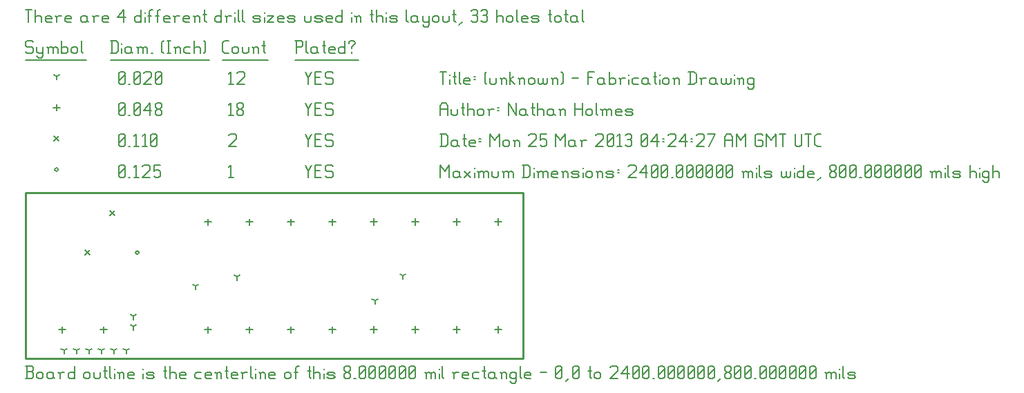
<source format=gbr>
G04 start of page 11 for group -3984 idx -3984 *
G04 Title: (unknown), fab *
G04 Creator: pcb 20110918 *
G04 CreationDate: Mon 25 Mar 2013 04:24:27 AM GMT UTC *
G04 For: ndholmes *
G04 Format: Gerber/RS-274X *
G04 PCB-Dimensions: 240000 80000 *
G04 PCB-Coordinate-Origin: lower left *
%MOIN*%
%FSLAX25Y25*%
%LNFAB*%
%ADD60C,0.0100*%
%ADD59C,0.0075*%
%ADD58C,0.0060*%
%ADD57R,0.0080X0.0080*%
G54D57*X53135Y51200D02*G75*G03X54735Y51200I800J0D01*G01*
G75*G03X53135Y51200I-800J0D01*G01*
X14200Y91250D02*G75*G03X15800Y91250I800J0D01*G01*
G75*G03X14200Y91250I-800J0D01*G01*
G54D58*X135000Y93500D02*X136500Y90500D01*
X138000Y93500D01*
X136500Y90500D02*Y87500D01*
X139800Y90800D02*X142050D01*
X139800Y87500D02*X142800D01*
X139800Y93500D02*Y87500D01*
Y93500D02*X142800D01*
X147600D02*X148350Y92750D01*
X145350Y93500D02*X147600D01*
X144600Y92750D02*X145350Y93500D01*
X144600Y92750D02*Y91250D01*
X145350Y90500D01*
X147600D01*
X148350Y89750D01*
Y88250D01*
X147600Y87500D02*X148350Y88250D01*
X145350Y87500D02*X147600D01*
X144600Y88250D02*X145350Y87500D01*
X98000Y92300D02*X99200Y93500D01*
Y87500D01*
X98000D02*X100250D01*
X45000Y88250D02*X45750Y87500D01*
X45000Y92750D02*Y88250D01*
Y92750D02*X45750Y93500D01*
X47250D01*
X48000Y92750D01*
Y88250D01*
X47250Y87500D02*X48000Y88250D01*
X45750Y87500D02*X47250D01*
X45000Y89000D02*X48000Y92000D01*
X49800Y87500D02*X50550D01*
X52350Y92300D02*X53550Y93500D01*
Y87500D01*
X52350D02*X54600D01*
X56400Y92750D02*X57150Y93500D01*
X59400D01*
X60150Y92750D01*
Y91250D01*
X56400Y87500D02*X60150Y91250D01*
X56400Y87500D02*X60150D01*
X61950Y93500D02*X64950D01*
X61950D02*Y90500D01*
X62700Y91250D01*
X64200D01*
X64950Y90500D01*
Y88250D01*
X64200Y87500D02*X64950Y88250D01*
X62700Y87500D02*X64200D01*
X61950Y88250D02*X62700Y87500D01*
X28735Y52400D02*X31135Y50000D01*
X28735D02*X31135Y52400D01*
X40735Y71400D02*X43135Y69000D01*
X40735D02*X43135Y71400D01*
X13800Y107450D02*X16200Y105050D01*
X13800D02*X16200Y107450D01*
X135000Y108500D02*X136500Y105500D01*
X138000Y108500D01*
X136500Y105500D02*Y102500D01*
X139800Y105800D02*X142050D01*
X139800Y102500D02*X142800D01*
X139800Y108500D02*Y102500D01*
Y108500D02*X142800D01*
X147600D02*X148350Y107750D01*
X145350Y108500D02*X147600D01*
X144600Y107750D02*X145350Y108500D01*
X144600Y107750D02*Y106250D01*
X145350Y105500D01*
X147600D01*
X148350Y104750D01*
Y103250D01*
X147600Y102500D02*X148350Y103250D01*
X145350Y102500D02*X147600D01*
X144600Y103250D02*X145350Y102500D01*
X98000Y107750D02*X98750Y108500D01*
X101000D01*
X101750Y107750D01*
Y106250D01*
X98000Y102500D02*X101750Y106250D01*
X98000Y102500D02*X101750D01*
X45000Y103250D02*X45750Y102500D01*
X45000Y107750D02*Y103250D01*
Y107750D02*X45750Y108500D01*
X47250D01*
X48000Y107750D01*
Y103250D01*
X47250Y102500D02*X48000Y103250D01*
X45750Y102500D02*X47250D01*
X45000Y104000D02*X48000Y107000D01*
X49800Y102500D02*X50550D01*
X52350Y107300D02*X53550Y108500D01*
Y102500D01*
X52350D02*X54600D01*
X56400Y107300D02*X57600Y108500D01*
Y102500D01*
X56400D02*X58650D01*
X60450Y103250D02*X61200Y102500D01*
X60450Y107750D02*Y103250D01*
Y107750D02*X61200Y108500D01*
X62700D01*
X63450Y107750D01*
Y103250D01*
X62700Y102500D02*X63450Y103250D01*
X61200Y102500D02*X62700D01*
X60450Y104000D02*X63450Y107000D01*
X208000Y67600D02*Y64400D01*
X206400Y66000D02*X209600D01*
X228000Y67600D02*Y64400D01*
X226400Y66000D02*X229600D01*
X228000Y15600D02*Y12400D01*
X226400Y14000D02*X229600D01*
X208000Y15600D02*Y12400D01*
X206400Y14000D02*X209600D01*
X188000Y15600D02*Y12400D01*
X186400Y14000D02*X189600D01*
X168000Y15600D02*Y12400D01*
X166400Y14000D02*X169600D01*
X168000Y67600D02*Y64400D01*
X166400Y66000D02*X169600D01*
X188000Y67600D02*Y64400D01*
X186400Y66000D02*X189600D01*
X128013Y67591D02*Y64391D01*
X126413Y65991D02*X129613D01*
X148013Y67591D02*Y64391D01*
X146413Y65991D02*X149613D01*
X108013Y15591D02*Y12391D01*
X106413Y13991D02*X109613D01*
X88013Y15591D02*Y12391D01*
X86413Y13991D02*X89613D01*
X88013Y67591D02*Y64391D01*
X86413Y65991D02*X89613D01*
X108013Y67591D02*Y64391D01*
X106413Y65991D02*X109613D01*
X148013Y15591D02*Y12391D01*
X146413Y13991D02*X149613D01*
X128013Y15591D02*Y12391D01*
X126413Y13991D02*X129613D01*
X37652Y15532D02*Y12332D01*
X36052Y13932D02*X39252D01*
X17652Y15532D02*Y12332D01*
X16052Y13932D02*X19252D01*
X15000Y122850D02*Y119650D01*
X13400Y121250D02*X16600D01*
X135000Y123500D02*X136500Y120500D01*
X138000Y123500D01*
X136500Y120500D02*Y117500D01*
X139800Y120800D02*X142050D01*
X139800Y117500D02*X142800D01*
X139800Y123500D02*Y117500D01*
Y123500D02*X142800D01*
X147600D02*X148350Y122750D01*
X145350Y123500D02*X147600D01*
X144600Y122750D02*X145350Y123500D01*
X144600Y122750D02*Y121250D01*
X145350Y120500D01*
X147600D01*
X148350Y119750D01*
Y118250D01*
X147600Y117500D02*X148350Y118250D01*
X145350Y117500D02*X147600D01*
X144600Y118250D02*X145350Y117500D01*
X98000Y122300D02*X99200Y123500D01*
Y117500D01*
X98000D02*X100250D01*
X102050Y118250D02*X102800Y117500D01*
X102050Y119450D02*Y118250D01*
Y119450D02*X103100Y120500D01*
X104000D01*
X105050Y119450D01*
Y118250D01*
X104300Y117500D02*X105050Y118250D01*
X102800Y117500D02*X104300D01*
X102050Y121550D02*X103100Y120500D01*
X102050Y122750D02*Y121550D01*
Y122750D02*X102800Y123500D01*
X104300D01*
X105050Y122750D01*
Y121550D01*
X104000Y120500D02*X105050Y121550D01*
X45000Y118250D02*X45750Y117500D01*
X45000Y122750D02*Y118250D01*
Y122750D02*X45750Y123500D01*
X47250D01*
X48000Y122750D01*
Y118250D01*
X47250Y117500D02*X48000Y118250D01*
X45750Y117500D02*X47250D01*
X45000Y119000D02*X48000Y122000D01*
X49800Y117500D02*X50550D01*
X52350Y118250D02*X53100Y117500D01*
X52350Y122750D02*Y118250D01*
Y122750D02*X53100Y123500D01*
X54600D01*
X55350Y122750D01*
Y118250D01*
X54600Y117500D02*X55350Y118250D01*
X53100Y117500D02*X54600D01*
X52350Y119000D02*X55350Y122000D01*
X57150Y119750D02*X60150Y123500D01*
X57150Y119750D02*X60900D01*
X60150Y123500D02*Y117500D01*
X62700Y118250D02*X63450Y117500D01*
X62700Y119450D02*Y118250D01*
Y119450D02*X63750Y120500D01*
X64650D01*
X65700Y119450D01*
Y118250D01*
X64950Y117500D02*X65700Y118250D01*
X63450Y117500D02*X64950D01*
X62700Y121550D02*X63750Y120500D01*
X62700Y122750D02*Y121550D01*
Y122750D02*X63450Y123500D01*
X64950D01*
X65700Y122750D01*
Y121550D01*
X64650Y120500D02*X65700Y121550D01*
X102113Y39491D02*Y37891D01*
Y39491D02*X103500Y40291D01*
X102113Y39491D02*X100726Y40291D01*
X82113Y34991D02*Y33391D01*
Y34991D02*X83500Y35791D01*
X82113Y34991D02*X80726Y35791D01*
X182000Y40000D02*Y38400D01*
Y40000D02*X183387Y40800D01*
X182000Y40000D02*X180613Y40800D01*
X168613Y27991D02*Y26391D01*
Y27991D02*X170000Y28791D01*
X168613Y27991D02*X167226Y28791D01*
X48613Y3991D02*Y2391D01*
Y3991D02*X50000Y4791D01*
X48613Y3991D02*X47226Y4791D01*
X52113Y20491D02*Y18891D01*
Y20491D02*X53500Y21291D01*
X52113Y20491D02*X50726Y21291D01*
X52113Y15491D02*Y13891D01*
Y15491D02*X53500Y16291D01*
X52113Y15491D02*X50726Y16291D01*
X42613Y3991D02*Y2391D01*
Y3991D02*X44000Y4791D01*
X42613Y3991D02*X41226Y4791D01*
X36613Y3991D02*Y2391D01*
Y3991D02*X38000Y4791D01*
X36613Y3991D02*X35226Y4791D01*
X30613Y3991D02*Y2391D01*
Y3991D02*X32000Y4791D01*
X30613Y3991D02*X29226Y4791D01*
X24613Y3991D02*Y2391D01*
Y3991D02*X26000Y4791D01*
X24613Y3991D02*X23226Y4791D01*
X18613Y3991D02*Y2391D01*
Y3991D02*X20000Y4791D01*
X18613Y3991D02*X17226Y4791D01*
X15000Y136250D02*Y134650D01*
Y136250D02*X16387Y137050D01*
X15000Y136250D02*X13613Y137050D01*
X135000Y138500D02*X136500Y135500D01*
X138000Y138500D01*
X136500Y135500D02*Y132500D01*
X139800Y135800D02*X142050D01*
X139800Y132500D02*X142800D01*
X139800Y138500D02*Y132500D01*
Y138500D02*X142800D01*
X147600D02*X148350Y137750D01*
X145350Y138500D02*X147600D01*
X144600Y137750D02*X145350Y138500D01*
X144600Y137750D02*Y136250D01*
X145350Y135500D01*
X147600D01*
X148350Y134750D01*
Y133250D01*
X147600Y132500D02*X148350Y133250D01*
X145350Y132500D02*X147600D01*
X144600Y133250D02*X145350Y132500D01*
X98000Y137300D02*X99200Y138500D01*
Y132500D01*
X98000D02*X100250D01*
X102050Y137750D02*X102800Y138500D01*
X105050D01*
X105800Y137750D01*
Y136250D01*
X102050Y132500D02*X105800Y136250D01*
X102050Y132500D02*X105800D01*
X45000Y133250D02*X45750Y132500D01*
X45000Y137750D02*Y133250D01*
Y137750D02*X45750Y138500D01*
X47250D01*
X48000Y137750D01*
Y133250D01*
X47250Y132500D02*X48000Y133250D01*
X45750Y132500D02*X47250D01*
X45000Y134000D02*X48000Y137000D01*
X49800Y132500D02*X50550D01*
X52350Y133250D02*X53100Y132500D01*
X52350Y137750D02*Y133250D01*
Y137750D02*X53100Y138500D01*
X54600D01*
X55350Y137750D01*
Y133250D01*
X54600Y132500D02*X55350Y133250D01*
X53100Y132500D02*X54600D01*
X52350Y134000D02*X55350Y137000D01*
X57150Y137750D02*X57900Y138500D01*
X60150D01*
X60900Y137750D01*
Y136250D01*
X57150Y132500D02*X60900Y136250D01*
X57150Y132500D02*X60900D01*
X62700Y133250D02*X63450Y132500D01*
X62700Y137750D02*Y133250D01*
Y137750D02*X63450Y138500D01*
X64950D01*
X65700Y137750D01*
Y133250D01*
X64950Y132500D02*X65700Y133250D01*
X63450Y132500D02*X64950D01*
X62700Y134000D02*X65700Y137000D01*
X3000Y153500D02*X3750Y152750D01*
X750Y153500D02*X3000D01*
X0Y152750D02*X750Y153500D01*
X0Y152750D02*Y151250D01*
X750Y150500D01*
X3000D01*
X3750Y149750D01*
Y148250D01*
X3000Y147500D02*X3750Y148250D01*
X750Y147500D02*X3000D01*
X0Y148250D02*X750Y147500D01*
X5550Y150500D02*Y148250D01*
X6300Y147500D01*
X8550Y150500D02*Y146000D01*
X7800Y145250D02*X8550Y146000D01*
X6300Y145250D02*X7800D01*
X5550Y146000D02*X6300Y145250D01*
Y147500D02*X7800D01*
X8550Y148250D01*
X11100Y149750D02*Y147500D01*
Y149750D02*X11850Y150500D01*
X12600D01*
X13350Y149750D01*
Y147500D01*
Y149750D02*X14100Y150500D01*
X14850D01*
X15600Y149750D01*
Y147500D01*
X10350Y150500D02*X11100Y149750D01*
X17400Y153500D02*Y147500D01*
Y148250D02*X18150Y147500D01*
X19650D01*
X20400Y148250D01*
Y149750D02*Y148250D01*
X19650Y150500D02*X20400Y149750D01*
X18150Y150500D02*X19650D01*
X17400Y149750D02*X18150Y150500D01*
X22200Y149750D02*Y148250D01*
Y149750D02*X22950Y150500D01*
X24450D01*
X25200Y149750D01*
Y148250D01*
X24450Y147500D02*X25200Y148250D01*
X22950Y147500D02*X24450D01*
X22200Y148250D02*X22950Y147500D01*
X27000Y153500D02*Y148250D01*
X27750Y147500D01*
X0Y144250D02*X29250D01*
X41750Y153500D02*Y147500D01*
X43700Y153500D02*X44750Y152450D01*
Y148550D01*
X43700Y147500D02*X44750Y148550D01*
X41000Y147500D02*X43700D01*
X41000Y153500D02*X43700D01*
G54D59*X46550Y152000D02*Y151850D01*
G54D58*Y149750D02*Y147500D01*
X50300Y150500D02*X51050Y149750D01*
X48800Y150500D02*X50300D01*
X48050Y149750D02*X48800Y150500D01*
X48050Y149750D02*Y148250D01*
X48800Y147500D01*
X51050Y150500D02*Y148250D01*
X51800Y147500D01*
X48800D02*X50300D01*
X51050Y148250D01*
X54350Y149750D02*Y147500D01*
Y149750D02*X55100Y150500D01*
X55850D01*
X56600Y149750D01*
Y147500D01*
Y149750D02*X57350Y150500D01*
X58100D01*
X58850Y149750D01*
Y147500D01*
X53600Y150500D02*X54350Y149750D01*
X60650Y147500D02*X61400D01*
X65900Y148250D02*X66650Y147500D01*
X65900Y152750D02*X66650Y153500D01*
X65900Y152750D02*Y148250D01*
X68450Y153500D02*X69950D01*
X69200D02*Y147500D01*
X68450D02*X69950D01*
X72500Y149750D02*Y147500D01*
Y149750D02*X73250Y150500D01*
X74000D01*
X74750Y149750D01*
Y147500D01*
X71750Y150500D02*X72500Y149750D01*
X77300Y150500D02*X79550D01*
X76550Y149750D02*X77300Y150500D01*
X76550Y149750D02*Y148250D01*
X77300Y147500D01*
X79550D01*
X81350Y153500D02*Y147500D01*
Y149750D02*X82100Y150500D01*
X83600D01*
X84350Y149750D01*
Y147500D01*
X86150Y153500D02*X86900Y152750D01*
Y148250D01*
X86150Y147500D02*X86900Y148250D01*
X41000Y144250D02*X88700D01*
X96050Y147500D02*X98000D01*
X95000Y148550D02*X96050Y147500D01*
X95000Y152450D02*Y148550D01*
Y152450D02*X96050Y153500D01*
X98000D01*
X99800Y149750D02*Y148250D01*
Y149750D02*X100550Y150500D01*
X102050D01*
X102800Y149750D01*
Y148250D01*
X102050Y147500D02*X102800Y148250D01*
X100550Y147500D02*X102050D01*
X99800Y148250D02*X100550Y147500D01*
X104600Y150500D02*Y148250D01*
X105350Y147500D01*
X106850D01*
X107600Y148250D01*
Y150500D02*Y148250D01*
X110150Y149750D02*Y147500D01*
Y149750D02*X110900Y150500D01*
X111650D01*
X112400Y149750D01*
Y147500D01*
X109400Y150500D02*X110150Y149750D01*
X114950Y153500D02*Y148250D01*
X115700Y147500D01*
X114200Y151250D02*X115700D01*
X95000Y144250D02*X117200D01*
X130750Y153500D02*Y147500D01*
X130000Y153500D02*X133000D01*
X133750Y152750D01*
Y151250D01*
X133000Y150500D02*X133750Y151250D01*
X130750Y150500D02*X133000D01*
X135550Y153500D02*Y148250D01*
X136300Y147500D01*
X140050Y150500D02*X140800Y149750D01*
X138550Y150500D02*X140050D01*
X137800Y149750D02*X138550Y150500D01*
X137800Y149750D02*Y148250D01*
X138550Y147500D01*
X140800Y150500D02*Y148250D01*
X141550Y147500D01*
X138550D02*X140050D01*
X140800Y148250D01*
X144100Y153500D02*Y148250D01*
X144850Y147500D01*
X143350Y151250D02*X144850D01*
X147100Y147500D02*X149350D01*
X146350Y148250D02*X147100Y147500D01*
X146350Y149750D02*Y148250D01*
Y149750D02*X147100Y150500D01*
X148600D01*
X149350Y149750D01*
X146350Y149000D02*X149350D01*
Y149750D02*Y149000D01*
X154150Y153500D02*Y147500D01*
X153400D02*X154150Y148250D01*
X151900Y147500D02*X153400D01*
X151150Y148250D02*X151900Y147500D01*
X151150Y149750D02*Y148250D01*
Y149750D02*X151900Y150500D01*
X153400D01*
X154150Y149750D01*
X157450Y150500D02*Y149750D01*
Y148250D02*Y147500D01*
X155950Y152750D02*Y152000D01*
Y152750D02*X156700Y153500D01*
X158200D01*
X158950Y152750D01*
Y152000D01*
X157450Y150500D02*X158950Y152000D01*
X130000Y144250D02*X160750D01*
X0Y168500D02*X3000D01*
X1500D02*Y162500D01*
X4800Y168500D02*Y162500D01*
Y164750D02*X5550Y165500D01*
X7050D01*
X7800Y164750D01*
Y162500D01*
X10350D02*X12600D01*
X9600Y163250D02*X10350Y162500D01*
X9600Y164750D02*Y163250D01*
Y164750D02*X10350Y165500D01*
X11850D01*
X12600Y164750D01*
X9600Y164000D02*X12600D01*
Y164750D02*Y164000D01*
X15150Y164750D02*Y162500D01*
Y164750D02*X15900Y165500D01*
X17400D01*
X14400D02*X15150Y164750D01*
X19950Y162500D02*X22200D01*
X19200Y163250D02*X19950Y162500D01*
X19200Y164750D02*Y163250D01*
Y164750D02*X19950Y165500D01*
X21450D01*
X22200Y164750D01*
X19200Y164000D02*X22200D01*
Y164750D02*Y164000D01*
X28950Y165500D02*X29700Y164750D01*
X27450Y165500D02*X28950D01*
X26700Y164750D02*X27450Y165500D01*
X26700Y164750D02*Y163250D01*
X27450Y162500D01*
X29700Y165500D02*Y163250D01*
X30450Y162500D01*
X27450D02*X28950D01*
X29700Y163250D01*
X33000Y164750D02*Y162500D01*
Y164750D02*X33750Y165500D01*
X35250D01*
X32250D02*X33000Y164750D01*
X37800Y162500D02*X40050D01*
X37050Y163250D02*X37800Y162500D01*
X37050Y164750D02*Y163250D01*
Y164750D02*X37800Y165500D01*
X39300D01*
X40050Y164750D01*
X37050Y164000D02*X40050D01*
Y164750D02*Y164000D01*
X44550Y164750D02*X47550Y168500D01*
X44550Y164750D02*X48300D01*
X47550Y168500D02*Y162500D01*
X55800Y168500D02*Y162500D01*
X55050D02*X55800Y163250D01*
X53550Y162500D02*X55050D01*
X52800Y163250D02*X53550Y162500D01*
X52800Y164750D02*Y163250D01*
Y164750D02*X53550Y165500D01*
X55050D01*
X55800Y164750D01*
G54D59*X57600Y167000D02*Y166850D01*
G54D58*Y164750D02*Y162500D01*
X59850Y167750D02*Y162500D01*
Y167750D02*X60600Y168500D01*
X61350D01*
X59100Y165500D02*X60600D01*
X63600Y167750D02*Y162500D01*
Y167750D02*X64350Y168500D01*
X65100D01*
X62850Y165500D02*X64350D01*
X67350Y162500D02*X69600D01*
X66600Y163250D02*X67350Y162500D01*
X66600Y164750D02*Y163250D01*
Y164750D02*X67350Y165500D01*
X68850D01*
X69600Y164750D01*
X66600Y164000D02*X69600D01*
Y164750D02*Y164000D01*
X72150Y164750D02*Y162500D01*
Y164750D02*X72900Y165500D01*
X74400D01*
X71400D02*X72150Y164750D01*
X76950Y162500D02*X79200D01*
X76200Y163250D02*X76950Y162500D01*
X76200Y164750D02*Y163250D01*
Y164750D02*X76950Y165500D01*
X78450D01*
X79200Y164750D01*
X76200Y164000D02*X79200D01*
Y164750D02*Y164000D01*
X81750Y164750D02*Y162500D01*
Y164750D02*X82500Y165500D01*
X83250D01*
X84000Y164750D01*
Y162500D01*
X81000Y165500D02*X81750Y164750D01*
X86550Y168500D02*Y163250D01*
X87300Y162500D01*
X85800Y166250D02*X87300D01*
X94500Y168500D02*Y162500D01*
X93750D02*X94500Y163250D01*
X92250Y162500D02*X93750D01*
X91500Y163250D02*X92250Y162500D01*
X91500Y164750D02*Y163250D01*
Y164750D02*X92250Y165500D01*
X93750D01*
X94500Y164750D01*
X97050D02*Y162500D01*
Y164750D02*X97800Y165500D01*
X99300D01*
X96300D02*X97050Y164750D01*
G54D59*X101100Y167000D02*Y166850D01*
G54D58*Y164750D02*Y162500D01*
X102600Y168500D02*Y163250D01*
X103350Y162500D01*
X104850Y168500D02*Y163250D01*
X105600Y162500D01*
X110550D02*X112800D01*
X113550Y163250D01*
X112800Y164000D02*X113550Y163250D01*
X110550Y164000D02*X112800D01*
X109800Y164750D02*X110550Y164000D01*
X109800Y164750D02*X110550Y165500D01*
X112800D01*
X113550Y164750D01*
X109800Y163250D02*X110550Y162500D01*
G54D59*X115350Y167000D02*Y166850D01*
G54D58*Y164750D02*Y162500D01*
X116850Y165500D02*X119850D01*
X116850Y162500D02*X119850Y165500D01*
X116850Y162500D02*X119850D01*
X122400D02*X124650D01*
X121650Y163250D02*X122400Y162500D01*
X121650Y164750D02*Y163250D01*
Y164750D02*X122400Y165500D01*
X123900D01*
X124650Y164750D01*
X121650Y164000D02*X124650D01*
Y164750D02*Y164000D01*
X127200Y162500D02*X129450D01*
X130200Y163250D01*
X129450Y164000D02*X130200Y163250D01*
X127200Y164000D02*X129450D01*
X126450Y164750D02*X127200Y164000D01*
X126450Y164750D02*X127200Y165500D01*
X129450D01*
X130200Y164750D01*
X126450Y163250D02*X127200Y162500D01*
X134700Y165500D02*Y163250D01*
X135450Y162500D01*
X136950D01*
X137700Y163250D01*
Y165500D02*Y163250D01*
X140250Y162500D02*X142500D01*
X143250Y163250D01*
X142500Y164000D02*X143250Y163250D01*
X140250Y164000D02*X142500D01*
X139500Y164750D02*X140250Y164000D01*
X139500Y164750D02*X140250Y165500D01*
X142500D01*
X143250Y164750D01*
X139500Y163250D02*X140250Y162500D01*
X145800D02*X148050D01*
X145050Y163250D02*X145800Y162500D01*
X145050Y164750D02*Y163250D01*
Y164750D02*X145800Y165500D01*
X147300D01*
X148050Y164750D01*
X145050Y164000D02*X148050D01*
Y164750D02*Y164000D01*
X152850Y168500D02*Y162500D01*
X152100D02*X152850Y163250D01*
X150600Y162500D02*X152100D01*
X149850Y163250D02*X150600Y162500D01*
X149850Y164750D02*Y163250D01*
Y164750D02*X150600Y165500D01*
X152100D01*
X152850Y164750D01*
G54D59*X157350Y167000D02*Y166850D01*
G54D58*Y164750D02*Y162500D01*
X159600Y164750D02*Y162500D01*
Y164750D02*X160350Y165500D01*
X161100D01*
X161850Y164750D01*
Y162500D01*
X158850Y165500D02*X159600Y164750D01*
X167100Y168500D02*Y163250D01*
X167850Y162500D01*
X166350Y166250D02*X167850D01*
X169350Y168500D02*Y162500D01*
Y164750D02*X170100Y165500D01*
X171600D01*
X172350Y164750D01*
Y162500D01*
G54D59*X174150Y167000D02*Y166850D01*
G54D58*Y164750D02*Y162500D01*
X176400D02*X178650D01*
X179400Y163250D01*
X178650Y164000D02*X179400Y163250D01*
X176400Y164000D02*X178650D01*
X175650Y164750D02*X176400Y164000D01*
X175650Y164750D02*X176400Y165500D01*
X178650D01*
X179400Y164750D01*
X175650Y163250D02*X176400Y162500D01*
X183900Y168500D02*Y163250D01*
X184650Y162500D01*
X188400Y165500D02*X189150Y164750D01*
X186900Y165500D02*X188400D01*
X186150Y164750D02*X186900Y165500D01*
X186150Y164750D02*Y163250D01*
X186900Y162500D01*
X189150Y165500D02*Y163250D01*
X189900Y162500D01*
X186900D02*X188400D01*
X189150Y163250D01*
X191700Y165500D02*Y163250D01*
X192450Y162500D01*
X194700Y165500D02*Y161000D01*
X193950Y160250D02*X194700Y161000D01*
X192450Y160250D02*X193950D01*
X191700Y161000D02*X192450Y160250D01*
Y162500D02*X193950D01*
X194700Y163250D01*
X196500Y164750D02*Y163250D01*
Y164750D02*X197250Y165500D01*
X198750D01*
X199500Y164750D01*
Y163250D01*
X198750Y162500D02*X199500Y163250D01*
X197250Y162500D02*X198750D01*
X196500Y163250D02*X197250Y162500D01*
X201300Y165500D02*Y163250D01*
X202050Y162500D01*
X203550D01*
X204300Y163250D01*
Y165500D02*Y163250D01*
X206850Y168500D02*Y163250D01*
X207600Y162500D01*
X206100Y166250D02*X207600D01*
X209100Y161000D02*X210600Y162500D01*
X215100Y167750D02*X215850Y168500D01*
X217350D01*
X218100Y167750D01*
X217350Y162500D02*X218100Y163250D01*
X215850Y162500D02*X217350D01*
X215100Y163250D02*X215850Y162500D01*
Y165800D02*X217350D01*
X218100Y167750D02*Y166550D01*
Y165050D02*Y163250D01*
Y165050D02*X217350Y165800D01*
X218100Y166550D02*X217350Y165800D01*
X219900Y167750D02*X220650Y168500D01*
X222150D01*
X222900Y167750D01*
X222150Y162500D02*X222900Y163250D01*
X220650Y162500D02*X222150D01*
X219900Y163250D02*X220650Y162500D01*
Y165800D02*X222150D01*
X222900Y167750D02*Y166550D01*
Y165050D02*Y163250D01*
Y165050D02*X222150Y165800D01*
X222900Y166550D02*X222150Y165800D01*
X227400Y168500D02*Y162500D01*
Y164750D02*X228150Y165500D01*
X229650D01*
X230400Y164750D01*
Y162500D01*
X232200Y164750D02*Y163250D01*
Y164750D02*X232950Y165500D01*
X234450D01*
X235200Y164750D01*
Y163250D01*
X234450Y162500D02*X235200Y163250D01*
X232950Y162500D02*X234450D01*
X232200Y163250D02*X232950Y162500D01*
X237000Y168500D02*Y163250D01*
X237750Y162500D01*
X240000D02*X242250D01*
X239250Y163250D02*X240000Y162500D01*
X239250Y164750D02*Y163250D01*
Y164750D02*X240000Y165500D01*
X241500D01*
X242250Y164750D01*
X239250Y164000D02*X242250D01*
Y164750D02*Y164000D01*
X244800Y162500D02*X247050D01*
X247800Y163250D01*
X247050Y164000D02*X247800Y163250D01*
X244800Y164000D02*X247050D01*
X244050Y164750D02*X244800Y164000D01*
X244050Y164750D02*X244800Y165500D01*
X247050D01*
X247800Y164750D01*
X244050Y163250D02*X244800Y162500D01*
X253050Y168500D02*Y163250D01*
X253800Y162500D01*
X252300Y166250D02*X253800D01*
X255300Y164750D02*Y163250D01*
Y164750D02*X256050Y165500D01*
X257550D01*
X258300Y164750D01*
Y163250D01*
X257550Y162500D02*X258300Y163250D01*
X256050Y162500D02*X257550D01*
X255300Y163250D02*X256050Y162500D01*
X260850Y168500D02*Y163250D01*
X261600Y162500D01*
X260100Y166250D02*X261600D01*
X265350Y165500D02*X266100Y164750D01*
X263850Y165500D02*X265350D01*
X263100Y164750D02*X263850Y165500D01*
X263100Y164750D02*Y163250D01*
X263850Y162500D01*
X266100Y165500D02*Y163250D01*
X266850Y162500D01*
X263850D02*X265350D01*
X266100Y163250D01*
X268650Y168500D02*Y163250D01*
X269400Y162500D01*
G54D60*X0Y80000D02*X240000D01*
X0D02*Y0D01*
X240000Y80000D02*Y0D01*
X0D02*X240000D01*
G54D58*X200000Y93500D02*Y87500D01*
Y93500D02*X202250Y90500D01*
X204500Y93500D01*
Y87500D01*
X208550Y90500D02*X209300Y89750D01*
X207050Y90500D02*X208550D01*
X206300Y89750D02*X207050Y90500D01*
X206300Y89750D02*Y88250D01*
X207050Y87500D01*
X209300Y90500D02*Y88250D01*
X210050Y87500D01*
X207050D02*X208550D01*
X209300Y88250D01*
X211850Y90500D02*X214850Y87500D01*
X211850D02*X214850Y90500D01*
G54D59*X216650Y92000D02*Y91850D01*
G54D58*Y89750D02*Y87500D01*
X218900Y89750D02*Y87500D01*
Y89750D02*X219650Y90500D01*
X220400D01*
X221150Y89750D01*
Y87500D01*
Y89750D02*X221900Y90500D01*
X222650D01*
X223400Y89750D01*
Y87500D01*
X218150Y90500D02*X218900Y89750D01*
X225200Y90500D02*Y88250D01*
X225950Y87500D01*
X227450D01*
X228200Y88250D01*
Y90500D02*Y88250D01*
X230750Y89750D02*Y87500D01*
Y89750D02*X231500Y90500D01*
X232250D01*
X233000Y89750D01*
Y87500D01*
Y89750D02*X233750Y90500D01*
X234500D01*
X235250Y89750D01*
Y87500D01*
X230000Y90500D02*X230750Y89750D01*
X240500Y93500D02*Y87500D01*
X242450Y93500D02*X243500Y92450D01*
Y88550D01*
X242450Y87500D02*X243500Y88550D01*
X239750Y87500D02*X242450D01*
X239750Y93500D02*X242450D01*
G54D59*X245300Y92000D02*Y91850D01*
G54D58*Y89750D02*Y87500D01*
X247550Y89750D02*Y87500D01*
Y89750D02*X248300Y90500D01*
X249050D01*
X249800Y89750D01*
Y87500D01*
Y89750D02*X250550Y90500D01*
X251300D01*
X252050Y89750D01*
Y87500D01*
X246800Y90500D02*X247550Y89750D01*
X254600Y87500D02*X256850D01*
X253850Y88250D02*X254600Y87500D01*
X253850Y89750D02*Y88250D01*
Y89750D02*X254600Y90500D01*
X256100D01*
X256850Y89750D01*
X253850Y89000D02*X256850D01*
Y89750D02*Y89000D01*
X259400Y89750D02*Y87500D01*
Y89750D02*X260150Y90500D01*
X260900D01*
X261650Y89750D01*
Y87500D01*
X258650Y90500D02*X259400Y89750D01*
X264200Y87500D02*X266450D01*
X267200Y88250D01*
X266450Y89000D02*X267200Y88250D01*
X264200Y89000D02*X266450D01*
X263450Y89750D02*X264200Y89000D01*
X263450Y89750D02*X264200Y90500D01*
X266450D01*
X267200Y89750D01*
X263450Y88250D02*X264200Y87500D01*
G54D59*X269000Y92000D02*Y91850D01*
G54D58*Y89750D02*Y87500D01*
X270500Y89750D02*Y88250D01*
Y89750D02*X271250Y90500D01*
X272750D01*
X273500Y89750D01*
Y88250D01*
X272750Y87500D02*X273500Y88250D01*
X271250Y87500D02*X272750D01*
X270500Y88250D02*X271250Y87500D01*
X276050Y89750D02*Y87500D01*
Y89750D02*X276800Y90500D01*
X277550D01*
X278300Y89750D01*
Y87500D01*
X275300Y90500D02*X276050Y89750D01*
X280850Y87500D02*X283100D01*
X283850Y88250D01*
X283100Y89000D02*X283850Y88250D01*
X280850Y89000D02*X283100D01*
X280100Y89750D02*X280850Y89000D01*
X280100Y89750D02*X280850Y90500D01*
X283100D01*
X283850Y89750D01*
X280100Y88250D02*X280850Y87500D01*
X285650Y91250D02*X286400D01*
X285650Y89750D02*X286400D01*
X290900Y92750D02*X291650Y93500D01*
X293900D01*
X294650Y92750D01*
Y91250D01*
X290900Y87500D02*X294650Y91250D01*
X290900Y87500D02*X294650D01*
X296450Y89750D02*X299450Y93500D01*
X296450Y89750D02*X300200D01*
X299450Y93500D02*Y87500D01*
X302000Y88250D02*X302750Y87500D01*
X302000Y92750D02*Y88250D01*
Y92750D02*X302750Y93500D01*
X304250D01*
X305000Y92750D01*
Y88250D01*
X304250Y87500D02*X305000Y88250D01*
X302750Y87500D02*X304250D01*
X302000Y89000D02*X305000Y92000D01*
X306800Y88250D02*X307550Y87500D01*
X306800Y92750D02*Y88250D01*
Y92750D02*X307550Y93500D01*
X309050D01*
X309800Y92750D01*
Y88250D01*
X309050Y87500D02*X309800Y88250D01*
X307550Y87500D02*X309050D01*
X306800Y89000D02*X309800Y92000D01*
X311600Y87500D02*X312350D01*
X314150Y88250D02*X314900Y87500D01*
X314150Y92750D02*Y88250D01*
Y92750D02*X314900Y93500D01*
X316400D01*
X317150Y92750D01*
Y88250D01*
X316400Y87500D02*X317150Y88250D01*
X314900Y87500D02*X316400D01*
X314150Y89000D02*X317150Y92000D01*
X318950Y88250D02*X319700Y87500D01*
X318950Y92750D02*Y88250D01*
Y92750D02*X319700Y93500D01*
X321200D01*
X321950Y92750D01*
Y88250D01*
X321200Y87500D02*X321950Y88250D01*
X319700Y87500D02*X321200D01*
X318950Y89000D02*X321950Y92000D01*
X323750Y88250D02*X324500Y87500D01*
X323750Y92750D02*Y88250D01*
Y92750D02*X324500Y93500D01*
X326000D01*
X326750Y92750D01*
Y88250D01*
X326000Y87500D02*X326750Y88250D01*
X324500Y87500D02*X326000D01*
X323750Y89000D02*X326750Y92000D01*
X328550Y88250D02*X329300Y87500D01*
X328550Y92750D02*Y88250D01*
Y92750D02*X329300Y93500D01*
X330800D01*
X331550Y92750D01*
Y88250D01*
X330800Y87500D02*X331550Y88250D01*
X329300Y87500D02*X330800D01*
X328550Y89000D02*X331550Y92000D01*
X333350Y88250D02*X334100Y87500D01*
X333350Y92750D02*Y88250D01*
Y92750D02*X334100Y93500D01*
X335600D01*
X336350Y92750D01*
Y88250D01*
X335600Y87500D02*X336350Y88250D01*
X334100Y87500D02*X335600D01*
X333350Y89000D02*X336350Y92000D01*
X338150Y88250D02*X338900Y87500D01*
X338150Y92750D02*Y88250D01*
Y92750D02*X338900Y93500D01*
X340400D01*
X341150Y92750D01*
Y88250D01*
X340400Y87500D02*X341150Y88250D01*
X338900Y87500D02*X340400D01*
X338150Y89000D02*X341150Y92000D01*
X346400Y89750D02*Y87500D01*
Y89750D02*X347150Y90500D01*
X347900D01*
X348650Y89750D01*
Y87500D01*
Y89750D02*X349400Y90500D01*
X350150D01*
X350900Y89750D01*
Y87500D01*
X345650Y90500D02*X346400Y89750D01*
G54D59*X352700Y92000D02*Y91850D01*
G54D58*Y89750D02*Y87500D01*
X354200Y93500D02*Y88250D01*
X354950Y87500D01*
X357200D02*X359450D01*
X360200Y88250D01*
X359450Y89000D02*X360200Y88250D01*
X357200Y89000D02*X359450D01*
X356450Y89750D02*X357200Y89000D01*
X356450Y89750D02*X357200Y90500D01*
X359450D01*
X360200Y89750D01*
X356450Y88250D02*X357200Y87500D01*
X364700Y90500D02*Y88250D01*
X365450Y87500D01*
X366200D01*
X366950Y88250D01*
Y90500D02*Y88250D01*
X367700Y87500D01*
X368450D01*
X369200Y88250D01*
Y90500D02*Y88250D01*
G54D59*X371000Y92000D02*Y91850D01*
G54D58*Y89750D02*Y87500D01*
X375500Y93500D02*Y87500D01*
X374750D02*X375500Y88250D01*
X373250Y87500D02*X374750D01*
X372500Y88250D02*X373250Y87500D01*
X372500Y89750D02*Y88250D01*
Y89750D02*X373250Y90500D01*
X374750D01*
X375500Y89750D01*
X378050Y87500D02*X380300D01*
X377300Y88250D02*X378050Y87500D01*
X377300Y89750D02*Y88250D01*
Y89750D02*X378050Y90500D01*
X379550D01*
X380300Y89750D01*
X377300Y89000D02*X380300D01*
Y89750D02*Y89000D01*
X382100Y86000D02*X383600Y87500D01*
X388100Y88250D02*X388850Y87500D01*
X388100Y89450D02*Y88250D01*
Y89450D02*X389150Y90500D01*
X390050D01*
X391100Y89450D01*
Y88250D01*
X390350Y87500D02*X391100Y88250D01*
X388850Y87500D02*X390350D01*
X388100Y91550D02*X389150Y90500D01*
X388100Y92750D02*Y91550D01*
Y92750D02*X388850Y93500D01*
X390350D01*
X391100Y92750D01*
Y91550D01*
X390050Y90500D02*X391100Y91550D01*
X392900Y88250D02*X393650Y87500D01*
X392900Y92750D02*Y88250D01*
Y92750D02*X393650Y93500D01*
X395150D01*
X395900Y92750D01*
Y88250D01*
X395150Y87500D02*X395900Y88250D01*
X393650Y87500D02*X395150D01*
X392900Y89000D02*X395900Y92000D01*
X397700Y88250D02*X398450Y87500D01*
X397700Y92750D02*Y88250D01*
Y92750D02*X398450Y93500D01*
X399950D01*
X400700Y92750D01*
Y88250D01*
X399950Y87500D02*X400700Y88250D01*
X398450Y87500D02*X399950D01*
X397700Y89000D02*X400700Y92000D01*
X402500Y87500D02*X403250D01*
X405050Y88250D02*X405800Y87500D01*
X405050Y92750D02*Y88250D01*
Y92750D02*X405800Y93500D01*
X407300D01*
X408050Y92750D01*
Y88250D01*
X407300Y87500D02*X408050Y88250D01*
X405800Y87500D02*X407300D01*
X405050Y89000D02*X408050Y92000D01*
X409850Y88250D02*X410600Y87500D01*
X409850Y92750D02*Y88250D01*
Y92750D02*X410600Y93500D01*
X412100D01*
X412850Y92750D01*
Y88250D01*
X412100Y87500D02*X412850Y88250D01*
X410600Y87500D02*X412100D01*
X409850Y89000D02*X412850Y92000D01*
X414650Y88250D02*X415400Y87500D01*
X414650Y92750D02*Y88250D01*
Y92750D02*X415400Y93500D01*
X416900D01*
X417650Y92750D01*
Y88250D01*
X416900Y87500D02*X417650Y88250D01*
X415400Y87500D02*X416900D01*
X414650Y89000D02*X417650Y92000D01*
X419450Y88250D02*X420200Y87500D01*
X419450Y92750D02*Y88250D01*
Y92750D02*X420200Y93500D01*
X421700D01*
X422450Y92750D01*
Y88250D01*
X421700Y87500D02*X422450Y88250D01*
X420200Y87500D02*X421700D01*
X419450Y89000D02*X422450Y92000D01*
X424250Y88250D02*X425000Y87500D01*
X424250Y92750D02*Y88250D01*
Y92750D02*X425000Y93500D01*
X426500D01*
X427250Y92750D01*
Y88250D01*
X426500Y87500D02*X427250Y88250D01*
X425000Y87500D02*X426500D01*
X424250Y89000D02*X427250Y92000D01*
X429050Y88250D02*X429800Y87500D01*
X429050Y92750D02*Y88250D01*
Y92750D02*X429800Y93500D01*
X431300D01*
X432050Y92750D01*
Y88250D01*
X431300Y87500D02*X432050Y88250D01*
X429800Y87500D02*X431300D01*
X429050Y89000D02*X432050Y92000D01*
X437300Y89750D02*Y87500D01*
Y89750D02*X438050Y90500D01*
X438800D01*
X439550Y89750D01*
Y87500D01*
Y89750D02*X440300Y90500D01*
X441050D01*
X441800Y89750D01*
Y87500D01*
X436550Y90500D02*X437300Y89750D01*
G54D59*X443600Y92000D02*Y91850D01*
G54D58*Y89750D02*Y87500D01*
X445100Y93500D02*Y88250D01*
X445850Y87500D01*
X448100D02*X450350D01*
X451100Y88250D01*
X450350Y89000D02*X451100Y88250D01*
X448100Y89000D02*X450350D01*
X447350Y89750D02*X448100Y89000D01*
X447350Y89750D02*X448100Y90500D01*
X450350D01*
X451100Y89750D01*
X447350Y88250D02*X448100Y87500D01*
X455600Y93500D02*Y87500D01*
Y89750D02*X456350Y90500D01*
X457850D01*
X458600Y89750D01*
Y87500D01*
G54D59*X460400Y92000D02*Y91850D01*
G54D58*Y89750D02*Y87500D01*
X464150Y90500D02*X464900Y89750D01*
X462650Y90500D02*X464150D01*
X461900Y89750D02*X462650Y90500D01*
X461900Y89750D02*Y88250D01*
X462650Y87500D01*
X464150D01*
X464900Y88250D01*
X461900Y86000D02*X462650Y85250D01*
X464150D01*
X464900Y86000D01*
Y90500D02*Y86000D01*
X466700Y93500D02*Y87500D01*
Y89750D02*X467450Y90500D01*
X468950D01*
X469700Y89750D01*
Y87500D01*
X0Y-9500D02*X3000D01*
X3750Y-8750D01*
Y-6950D02*Y-8750D01*
X3000Y-6200D02*X3750Y-6950D01*
X750Y-6200D02*X3000D01*
X750Y-3500D02*Y-9500D01*
X0Y-3500D02*X3000D01*
X3750Y-4250D01*
Y-5450D01*
X3000Y-6200D02*X3750Y-5450D01*
X5550Y-7250D02*Y-8750D01*
Y-7250D02*X6300Y-6500D01*
X7800D01*
X8550Y-7250D01*
Y-8750D01*
X7800Y-9500D02*X8550Y-8750D01*
X6300Y-9500D02*X7800D01*
X5550Y-8750D02*X6300Y-9500D01*
X12600Y-6500D02*X13350Y-7250D01*
X11100Y-6500D02*X12600D01*
X10350Y-7250D02*X11100Y-6500D01*
X10350Y-7250D02*Y-8750D01*
X11100Y-9500D01*
X13350Y-6500D02*Y-8750D01*
X14100Y-9500D01*
X11100D02*X12600D01*
X13350Y-8750D01*
X16650Y-7250D02*Y-9500D01*
Y-7250D02*X17400Y-6500D01*
X18900D01*
X15900D02*X16650Y-7250D01*
X23700Y-3500D02*Y-9500D01*
X22950D02*X23700Y-8750D01*
X21450Y-9500D02*X22950D01*
X20700Y-8750D02*X21450Y-9500D01*
X20700Y-7250D02*Y-8750D01*
Y-7250D02*X21450Y-6500D01*
X22950D01*
X23700Y-7250D01*
X28200D02*Y-8750D01*
Y-7250D02*X28950Y-6500D01*
X30450D01*
X31200Y-7250D01*
Y-8750D01*
X30450Y-9500D02*X31200Y-8750D01*
X28950Y-9500D02*X30450D01*
X28200Y-8750D02*X28950Y-9500D01*
X33000Y-6500D02*Y-8750D01*
X33750Y-9500D01*
X35250D01*
X36000Y-8750D01*
Y-6500D02*Y-8750D01*
X38550Y-3500D02*Y-8750D01*
X39300Y-9500D01*
X37800Y-5750D02*X39300D01*
X40800Y-3500D02*Y-8750D01*
X41550Y-9500D01*
G54D59*X43050Y-5000D02*Y-5150D01*
G54D58*Y-7250D02*Y-9500D01*
X45300Y-7250D02*Y-9500D01*
Y-7250D02*X46050Y-6500D01*
X46800D01*
X47550Y-7250D01*
Y-9500D01*
X44550Y-6500D02*X45300Y-7250D01*
X50100Y-9500D02*X52350D01*
X49350Y-8750D02*X50100Y-9500D01*
X49350Y-7250D02*Y-8750D01*
Y-7250D02*X50100Y-6500D01*
X51600D01*
X52350Y-7250D01*
X49350Y-8000D02*X52350D01*
Y-7250D02*Y-8000D01*
G54D59*X56850Y-5000D02*Y-5150D01*
G54D58*Y-7250D02*Y-9500D01*
X59100D02*X61350D01*
X62100Y-8750D01*
X61350Y-8000D02*X62100Y-8750D01*
X59100Y-8000D02*X61350D01*
X58350Y-7250D02*X59100Y-8000D01*
X58350Y-7250D02*X59100Y-6500D01*
X61350D01*
X62100Y-7250D01*
X58350Y-8750D02*X59100Y-9500D01*
X67350Y-3500D02*Y-8750D01*
X68100Y-9500D01*
X66600Y-5750D02*X68100D01*
X69600Y-3500D02*Y-9500D01*
Y-7250D02*X70350Y-6500D01*
X71850D01*
X72600Y-7250D01*
Y-9500D01*
X75150D02*X77400D01*
X74400Y-8750D02*X75150Y-9500D01*
X74400Y-7250D02*Y-8750D01*
Y-7250D02*X75150Y-6500D01*
X76650D01*
X77400Y-7250D01*
X74400Y-8000D02*X77400D01*
Y-7250D02*Y-8000D01*
X82650Y-6500D02*X84900D01*
X81900Y-7250D02*X82650Y-6500D01*
X81900Y-7250D02*Y-8750D01*
X82650Y-9500D01*
X84900D01*
X87450D02*X89700D01*
X86700Y-8750D02*X87450Y-9500D01*
X86700Y-7250D02*Y-8750D01*
Y-7250D02*X87450Y-6500D01*
X88950D01*
X89700Y-7250D01*
X86700Y-8000D02*X89700D01*
Y-7250D02*Y-8000D01*
X92250Y-7250D02*Y-9500D01*
Y-7250D02*X93000Y-6500D01*
X93750D01*
X94500Y-7250D01*
Y-9500D01*
X91500Y-6500D02*X92250Y-7250D01*
X97050Y-3500D02*Y-8750D01*
X97800Y-9500D01*
X96300Y-5750D02*X97800D01*
X100050Y-9500D02*X102300D01*
X99300Y-8750D02*X100050Y-9500D01*
X99300Y-7250D02*Y-8750D01*
Y-7250D02*X100050Y-6500D01*
X101550D01*
X102300Y-7250D01*
X99300Y-8000D02*X102300D01*
Y-7250D02*Y-8000D01*
X104850Y-7250D02*Y-9500D01*
Y-7250D02*X105600Y-6500D01*
X107100D01*
X104100D02*X104850Y-7250D01*
X108900Y-3500D02*Y-8750D01*
X109650Y-9500D01*
G54D59*X111150Y-5000D02*Y-5150D01*
G54D58*Y-7250D02*Y-9500D01*
X113400Y-7250D02*Y-9500D01*
Y-7250D02*X114150Y-6500D01*
X114900D01*
X115650Y-7250D01*
Y-9500D01*
X112650Y-6500D02*X113400Y-7250D01*
X118200Y-9500D02*X120450D01*
X117450Y-8750D02*X118200Y-9500D01*
X117450Y-7250D02*Y-8750D01*
Y-7250D02*X118200Y-6500D01*
X119700D01*
X120450Y-7250D01*
X117450Y-8000D02*X120450D01*
Y-7250D02*Y-8000D01*
X124950Y-7250D02*Y-8750D01*
Y-7250D02*X125700Y-6500D01*
X127200D01*
X127950Y-7250D01*
Y-8750D01*
X127200Y-9500D02*X127950Y-8750D01*
X125700Y-9500D02*X127200D01*
X124950Y-8750D02*X125700Y-9500D01*
X130500Y-4250D02*Y-9500D01*
Y-4250D02*X131250Y-3500D01*
X132000D01*
X129750Y-6500D02*X131250D01*
X136950Y-3500D02*Y-8750D01*
X137700Y-9500D01*
X136200Y-5750D02*X137700D01*
X139200Y-3500D02*Y-9500D01*
Y-7250D02*X139950Y-6500D01*
X141450D01*
X142200Y-7250D01*
Y-9500D01*
G54D59*X144000Y-5000D02*Y-5150D01*
G54D58*Y-7250D02*Y-9500D01*
X146250D02*X148500D01*
X149250Y-8750D01*
X148500Y-8000D02*X149250Y-8750D01*
X146250Y-8000D02*X148500D01*
X145500Y-7250D02*X146250Y-8000D01*
X145500Y-7250D02*X146250Y-6500D01*
X148500D01*
X149250Y-7250D01*
X145500Y-8750D02*X146250Y-9500D01*
X153750Y-8750D02*X154500Y-9500D01*
X153750Y-7550D02*Y-8750D01*
Y-7550D02*X154800Y-6500D01*
X155700D01*
X156750Y-7550D01*
Y-8750D01*
X156000Y-9500D02*X156750Y-8750D01*
X154500Y-9500D02*X156000D01*
X153750Y-5450D02*X154800Y-6500D01*
X153750Y-4250D02*Y-5450D01*
Y-4250D02*X154500Y-3500D01*
X156000D01*
X156750Y-4250D01*
Y-5450D01*
X155700Y-6500D02*X156750Y-5450D01*
X158550Y-9500D02*X159300D01*
X161100Y-8750D02*X161850Y-9500D01*
X161100Y-4250D02*Y-8750D01*
Y-4250D02*X161850Y-3500D01*
X163350D01*
X164100Y-4250D01*
Y-8750D01*
X163350Y-9500D02*X164100Y-8750D01*
X161850Y-9500D02*X163350D01*
X161100Y-8000D02*X164100Y-5000D01*
X165900Y-8750D02*X166650Y-9500D01*
X165900Y-4250D02*Y-8750D01*
Y-4250D02*X166650Y-3500D01*
X168150D01*
X168900Y-4250D01*
Y-8750D01*
X168150Y-9500D02*X168900Y-8750D01*
X166650Y-9500D02*X168150D01*
X165900Y-8000D02*X168900Y-5000D01*
X170700Y-8750D02*X171450Y-9500D01*
X170700Y-4250D02*Y-8750D01*
Y-4250D02*X171450Y-3500D01*
X172950D01*
X173700Y-4250D01*
Y-8750D01*
X172950Y-9500D02*X173700Y-8750D01*
X171450Y-9500D02*X172950D01*
X170700Y-8000D02*X173700Y-5000D01*
X175500Y-8750D02*X176250Y-9500D01*
X175500Y-4250D02*Y-8750D01*
Y-4250D02*X176250Y-3500D01*
X177750D01*
X178500Y-4250D01*
Y-8750D01*
X177750Y-9500D02*X178500Y-8750D01*
X176250Y-9500D02*X177750D01*
X175500Y-8000D02*X178500Y-5000D01*
X180300Y-8750D02*X181050Y-9500D01*
X180300Y-4250D02*Y-8750D01*
Y-4250D02*X181050Y-3500D01*
X182550D01*
X183300Y-4250D01*
Y-8750D01*
X182550Y-9500D02*X183300Y-8750D01*
X181050Y-9500D02*X182550D01*
X180300Y-8000D02*X183300Y-5000D01*
X185100Y-8750D02*X185850Y-9500D01*
X185100Y-4250D02*Y-8750D01*
Y-4250D02*X185850Y-3500D01*
X187350D01*
X188100Y-4250D01*
Y-8750D01*
X187350Y-9500D02*X188100Y-8750D01*
X185850Y-9500D02*X187350D01*
X185100Y-8000D02*X188100Y-5000D01*
X193350Y-7250D02*Y-9500D01*
Y-7250D02*X194100Y-6500D01*
X194850D01*
X195600Y-7250D01*
Y-9500D01*
Y-7250D02*X196350Y-6500D01*
X197100D01*
X197850Y-7250D01*
Y-9500D01*
X192600Y-6500D02*X193350Y-7250D01*
G54D59*X199650Y-5000D02*Y-5150D01*
G54D58*Y-7250D02*Y-9500D01*
X201150Y-3500D02*Y-8750D01*
X201900Y-9500D01*
X206850Y-7250D02*Y-9500D01*
Y-7250D02*X207600Y-6500D01*
X209100D01*
X206100D02*X206850Y-7250D01*
X211650Y-9500D02*X213900D01*
X210900Y-8750D02*X211650Y-9500D01*
X210900Y-7250D02*Y-8750D01*
Y-7250D02*X211650Y-6500D01*
X213150D01*
X213900Y-7250D01*
X210900Y-8000D02*X213900D01*
Y-7250D02*Y-8000D01*
X216450Y-6500D02*X218700D01*
X215700Y-7250D02*X216450Y-6500D01*
X215700Y-7250D02*Y-8750D01*
X216450Y-9500D01*
X218700D01*
X221250Y-3500D02*Y-8750D01*
X222000Y-9500D01*
X220500Y-5750D02*X222000D01*
X225750Y-6500D02*X226500Y-7250D01*
X224250Y-6500D02*X225750D01*
X223500Y-7250D02*X224250Y-6500D01*
X223500Y-7250D02*Y-8750D01*
X224250Y-9500D01*
X226500Y-6500D02*Y-8750D01*
X227250Y-9500D01*
X224250D02*X225750D01*
X226500Y-8750D01*
X229800Y-7250D02*Y-9500D01*
Y-7250D02*X230550Y-6500D01*
X231300D01*
X232050Y-7250D01*
Y-9500D01*
X229050Y-6500D02*X229800Y-7250D01*
X236100Y-6500D02*X236850Y-7250D01*
X234600Y-6500D02*X236100D01*
X233850Y-7250D02*X234600Y-6500D01*
X233850Y-7250D02*Y-8750D01*
X234600Y-9500D01*
X236100D01*
X236850Y-8750D01*
X233850Y-11000D02*X234600Y-11750D01*
X236100D01*
X236850Y-11000D01*
Y-6500D02*Y-11000D01*
X238650Y-3500D02*Y-8750D01*
X239400Y-9500D01*
X241650D02*X243900D01*
X240900Y-8750D02*X241650Y-9500D01*
X240900Y-7250D02*Y-8750D01*
Y-7250D02*X241650Y-6500D01*
X243150D01*
X243900Y-7250D01*
X240900Y-8000D02*X243900D01*
Y-7250D02*Y-8000D01*
X248400Y-6500D02*X251400D01*
X255900Y-8750D02*X256650Y-9500D01*
X255900Y-4250D02*Y-8750D01*
Y-4250D02*X256650Y-3500D01*
X258150D01*
X258900Y-4250D01*
Y-8750D01*
X258150Y-9500D02*X258900Y-8750D01*
X256650Y-9500D02*X258150D01*
X255900Y-8000D02*X258900Y-5000D01*
X260700Y-11000D02*X262200Y-9500D01*
X264000Y-8750D02*X264750Y-9500D01*
X264000Y-4250D02*Y-8750D01*
Y-4250D02*X264750Y-3500D01*
X266250D01*
X267000Y-4250D01*
Y-8750D01*
X266250Y-9500D02*X267000Y-8750D01*
X264750Y-9500D02*X266250D01*
X264000Y-8000D02*X267000Y-5000D01*
X272250Y-3500D02*Y-8750D01*
X273000Y-9500D01*
X271500Y-5750D02*X273000D01*
X274500Y-7250D02*Y-8750D01*
Y-7250D02*X275250Y-6500D01*
X276750D01*
X277500Y-7250D01*
Y-8750D01*
X276750Y-9500D02*X277500Y-8750D01*
X275250Y-9500D02*X276750D01*
X274500Y-8750D02*X275250Y-9500D01*
X282000Y-4250D02*X282750Y-3500D01*
X285000D01*
X285750Y-4250D01*
Y-5750D01*
X282000Y-9500D02*X285750Y-5750D01*
X282000Y-9500D02*X285750D01*
X287550Y-7250D02*X290550Y-3500D01*
X287550Y-7250D02*X291300D01*
X290550Y-3500D02*Y-9500D01*
X293100Y-8750D02*X293850Y-9500D01*
X293100Y-4250D02*Y-8750D01*
Y-4250D02*X293850Y-3500D01*
X295350D01*
X296100Y-4250D01*
Y-8750D01*
X295350Y-9500D02*X296100Y-8750D01*
X293850Y-9500D02*X295350D01*
X293100Y-8000D02*X296100Y-5000D01*
X297900Y-8750D02*X298650Y-9500D01*
X297900Y-4250D02*Y-8750D01*
Y-4250D02*X298650Y-3500D01*
X300150D01*
X300900Y-4250D01*
Y-8750D01*
X300150Y-9500D02*X300900Y-8750D01*
X298650Y-9500D02*X300150D01*
X297900Y-8000D02*X300900Y-5000D01*
X302700Y-9500D02*X303450D01*
X305250Y-8750D02*X306000Y-9500D01*
X305250Y-4250D02*Y-8750D01*
Y-4250D02*X306000Y-3500D01*
X307500D01*
X308250Y-4250D01*
Y-8750D01*
X307500Y-9500D02*X308250Y-8750D01*
X306000Y-9500D02*X307500D01*
X305250Y-8000D02*X308250Y-5000D01*
X310050Y-8750D02*X310800Y-9500D01*
X310050Y-4250D02*Y-8750D01*
Y-4250D02*X310800Y-3500D01*
X312300D01*
X313050Y-4250D01*
Y-8750D01*
X312300Y-9500D02*X313050Y-8750D01*
X310800Y-9500D02*X312300D01*
X310050Y-8000D02*X313050Y-5000D01*
X314850Y-8750D02*X315600Y-9500D01*
X314850Y-4250D02*Y-8750D01*
Y-4250D02*X315600Y-3500D01*
X317100D01*
X317850Y-4250D01*
Y-8750D01*
X317100Y-9500D02*X317850Y-8750D01*
X315600Y-9500D02*X317100D01*
X314850Y-8000D02*X317850Y-5000D01*
X319650Y-8750D02*X320400Y-9500D01*
X319650Y-4250D02*Y-8750D01*
Y-4250D02*X320400Y-3500D01*
X321900D01*
X322650Y-4250D01*
Y-8750D01*
X321900Y-9500D02*X322650Y-8750D01*
X320400Y-9500D02*X321900D01*
X319650Y-8000D02*X322650Y-5000D01*
X324450Y-8750D02*X325200Y-9500D01*
X324450Y-4250D02*Y-8750D01*
Y-4250D02*X325200Y-3500D01*
X326700D01*
X327450Y-4250D01*
Y-8750D01*
X326700Y-9500D02*X327450Y-8750D01*
X325200Y-9500D02*X326700D01*
X324450Y-8000D02*X327450Y-5000D01*
X329250Y-8750D02*X330000Y-9500D01*
X329250Y-4250D02*Y-8750D01*
Y-4250D02*X330000Y-3500D01*
X331500D01*
X332250Y-4250D01*
Y-8750D01*
X331500Y-9500D02*X332250Y-8750D01*
X330000Y-9500D02*X331500D01*
X329250Y-8000D02*X332250Y-5000D01*
X334050Y-11000D02*X335550Y-9500D01*
X337350Y-8750D02*X338100Y-9500D01*
X337350Y-7550D02*Y-8750D01*
Y-7550D02*X338400Y-6500D01*
X339300D01*
X340350Y-7550D01*
Y-8750D01*
X339600Y-9500D02*X340350Y-8750D01*
X338100Y-9500D02*X339600D01*
X337350Y-5450D02*X338400Y-6500D01*
X337350Y-4250D02*Y-5450D01*
Y-4250D02*X338100Y-3500D01*
X339600D01*
X340350Y-4250D01*
Y-5450D01*
X339300Y-6500D02*X340350Y-5450D01*
X342150Y-8750D02*X342900Y-9500D01*
X342150Y-4250D02*Y-8750D01*
Y-4250D02*X342900Y-3500D01*
X344400D01*
X345150Y-4250D01*
Y-8750D01*
X344400Y-9500D02*X345150Y-8750D01*
X342900Y-9500D02*X344400D01*
X342150Y-8000D02*X345150Y-5000D01*
X346950Y-8750D02*X347700Y-9500D01*
X346950Y-4250D02*Y-8750D01*
Y-4250D02*X347700Y-3500D01*
X349200D01*
X349950Y-4250D01*
Y-8750D01*
X349200Y-9500D02*X349950Y-8750D01*
X347700Y-9500D02*X349200D01*
X346950Y-8000D02*X349950Y-5000D01*
X351750Y-9500D02*X352500D01*
X354300Y-8750D02*X355050Y-9500D01*
X354300Y-4250D02*Y-8750D01*
Y-4250D02*X355050Y-3500D01*
X356550D01*
X357300Y-4250D01*
Y-8750D01*
X356550Y-9500D02*X357300Y-8750D01*
X355050Y-9500D02*X356550D01*
X354300Y-8000D02*X357300Y-5000D01*
X359100Y-8750D02*X359850Y-9500D01*
X359100Y-4250D02*Y-8750D01*
Y-4250D02*X359850Y-3500D01*
X361350D01*
X362100Y-4250D01*
Y-8750D01*
X361350Y-9500D02*X362100Y-8750D01*
X359850Y-9500D02*X361350D01*
X359100Y-8000D02*X362100Y-5000D01*
X363900Y-8750D02*X364650Y-9500D01*
X363900Y-4250D02*Y-8750D01*
Y-4250D02*X364650Y-3500D01*
X366150D01*
X366900Y-4250D01*
Y-8750D01*
X366150Y-9500D02*X366900Y-8750D01*
X364650Y-9500D02*X366150D01*
X363900Y-8000D02*X366900Y-5000D01*
X368700Y-8750D02*X369450Y-9500D01*
X368700Y-4250D02*Y-8750D01*
Y-4250D02*X369450Y-3500D01*
X370950D01*
X371700Y-4250D01*
Y-8750D01*
X370950Y-9500D02*X371700Y-8750D01*
X369450Y-9500D02*X370950D01*
X368700Y-8000D02*X371700Y-5000D01*
X373500Y-8750D02*X374250Y-9500D01*
X373500Y-4250D02*Y-8750D01*
Y-4250D02*X374250Y-3500D01*
X375750D01*
X376500Y-4250D01*
Y-8750D01*
X375750Y-9500D02*X376500Y-8750D01*
X374250Y-9500D02*X375750D01*
X373500Y-8000D02*X376500Y-5000D01*
X378300Y-8750D02*X379050Y-9500D01*
X378300Y-4250D02*Y-8750D01*
Y-4250D02*X379050Y-3500D01*
X380550D01*
X381300Y-4250D01*
Y-8750D01*
X380550Y-9500D02*X381300Y-8750D01*
X379050Y-9500D02*X380550D01*
X378300Y-8000D02*X381300Y-5000D01*
X386550Y-7250D02*Y-9500D01*
Y-7250D02*X387300Y-6500D01*
X388050D01*
X388800Y-7250D01*
Y-9500D01*
Y-7250D02*X389550Y-6500D01*
X390300D01*
X391050Y-7250D01*
Y-9500D01*
X385800Y-6500D02*X386550Y-7250D01*
G54D59*X392850Y-5000D02*Y-5150D01*
G54D58*Y-7250D02*Y-9500D01*
X394350Y-3500D02*Y-8750D01*
X395100Y-9500D01*
X397350D02*X399600D01*
X400350Y-8750D01*
X399600Y-8000D02*X400350Y-8750D01*
X397350Y-8000D02*X399600D01*
X396600Y-7250D02*X397350Y-8000D01*
X396600Y-7250D02*X397350Y-6500D01*
X399600D01*
X400350Y-7250D01*
X396600Y-8750D02*X397350Y-9500D01*
X200750Y108500D02*Y102500D01*
X202700Y108500D02*X203750Y107450D01*
Y103550D01*
X202700Y102500D02*X203750Y103550D01*
X200000Y102500D02*X202700D01*
X200000Y108500D02*X202700D01*
X207800Y105500D02*X208550Y104750D01*
X206300Y105500D02*X207800D01*
X205550Y104750D02*X206300Y105500D01*
X205550Y104750D02*Y103250D01*
X206300Y102500D01*
X208550Y105500D02*Y103250D01*
X209300Y102500D01*
X206300D02*X207800D01*
X208550Y103250D01*
X211850Y108500D02*Y103250D01*
X212600Y102500D01*
X211100Y106250D02*X212600D01*
X214850Y102500D02*X217100D01*
X214100Y103250D02*X214850Y102500D01*
X214100Y104750D02*Y103250D01*
Y104750D02*X214850Y105500D01*
X216350D01*
X217100Y104750D01*
X214100Y104000D02*X217100D01*
Y104750D02*Y104000D01*
X218900Y106250D02*X219650D01*
X218900Y104750D02*X219650D01*
X224150Y108500D02*Y102500D01*
Y108500D02*X226400Y105500D01*
X228650Y108500D01*
Y102500D01*
X230450Y104750D02*Y103250D01*
Y104750D02*X231200Y105500D01*
X232700D01*
X233450Y104750D01*
Y103250D01*
X232700Y102500D02*X233450Y103250D01*
X231200Y102500D02*X232700D01*
X230450Y103250D02*X231200Y102500D01*
X236000Y104750D02*Y102500D01*
Y104750D02*X236750Y105500D01*
X237500D01*
X238250Y104750D01*
Y102500D01*
X235250Y105500D02*X236000Y104750D01*
X242750Y107750D02*X243500Y108500D01*
X245750D01*
X246500Y107750D01*
Y106250D01*
X242750Y102500D02*X246500Y106250D01*
X242750Y102500D02*X246500D01*
X248300Y108500D02*X251300D01*
X248300D02*Y105500D01*
X249050Y106250D01*
X250550D01*
X251300Y105500D01*
Y103250D01*
X250550Y102500D02*X251300Y103250D01*
X249050Y102500D02*X250550D01*
X248300Y103250D02*X249050Y102500D01*
X255800Y108500D02*Y102500D01*
Y108500D02*X258050Y105500D01*
X260300Y108500D01*
Y102500D01*
X264350Y105500D02*X265100Y104750D01*
X262850Y105500D02*X264350D01*
X262100Y104750D02*X262850Y105500D01*
X262100Y104750D02*Y103250D01*
X262850Y102500D01*
X265100Y105500D02*Y103250D01*
X265850Y102500D01*
X262850D02*X264350D01*
X265100Y103250D01*
X268400Y104750D02*Y102500D01*
Y104750D02*X269150Y105500D01*
X270650D01*
X267650D02*X268400Y104750D01*
X275150Y107750D02*X275900Y108500D01*
X278150D01*
X278900Y107750D01*
Y106250D01*
X275150Y102500D02*X278900Y106250D01*
X275150Y102500D02*X278900D01*
X280700Y103250D02*X281450Y102500D01*
X280700Y107750D02*Y103250D01*
Y107750D02*X281450Y108500D01*
X282950D01*
X283700Y107750D01*
Y103250D01*
X282950Y102500D02*X283700Y103250D01*
X281450Y102500D02*X282950D01*
X280700Y104000D02*X283700Y107000D01*
X285500Y107300D02*X286700Y108500D01*
Y102500D01*
X285500D02*X287750D01*
X289550Y107750D02*X290300Y108500D01*
X291800D01*
X292550Y107750D01*
X291800Y102500D02*X292550Y103250D01*
X290300Y102500D02*X291800D01*
X289550Y103250D02*X290300Y102500D01*
Y105800D02*X291800D01*
X292550Y107750D02*Y106550D01*
Y105050D02*Y103250D01*
Y105050D02*X291800Y105800D01*
X292550Y106550D02*X291800Y105800D01*
X297050Y103250D02*X297800Y102500D01*
X297050Y107750D02*Y103250D01*
Y107750D02*X297800Y108500D01*
X299300D01*
X300050Y107750D01*
Y103250D01*
X299300Y102500D02*X300050Y103250D01*
X297800Y102500D02*X299300D01*
X297050Y104000D02*X300050Y107000D01*
X301850Y104750D02*X304850Y108500D01*
X301850Y104750D02*X305600D01*
X304850Y108500D02*Y102500D01*
X307400Y106250D02*X308150D01*
X307400Y104750D02*X308150D01*
X309950Y107750D02*X310700Y108500D01*
X312950D01*
X313700Y107750D01*
Y106250D01*
X309950Y102500D02*X313700Y106250D01*
X309950Y102500D02*X313700D01*
X315500Y104750D02*X318500Y108500D01*
X315500Y104750D02*X319250D01*
X318500Y108500D02*Y102500D01*
X321050Y106250D02*X321800D01*
X321050Y104750D02*X321800D01*
X323600Y107750D02*X324350Y108500D01*
X326600D01*
X327350Y107750D01*
Y106250D01*
X323600Y102500D02*X327350Y106250D01*
X323600Y102500D02*X327350D01*
X329900D02*X332900Y108500D01*
X329150D02*X332900D01*
X337400Y107000D02*Y102500D01*
Y107000D02*X338450Y108500D01*
X340100D01*
X341150Y107000D01*
Y102500D01*
X337400Y105500D02*X341150D01*
X342950Y108500D02*Y102500D01*
Y108500D02*X345200Y105500D01*
X347450Y108500D01*
Y102500D01*
X354950Y108500D02*X355700Y107750D01*
X352700Y108500D02*X354950D01*
X351950Y107750D02*X352700Y108500D01*
X351950Y107750D02*Y103250D01*
X352700Y102500D01*
X354950D01*
X355700Y103250D01*
Y104750D02*Y103250D01*
X354950Y105500D02*X355700Y104750D01*
X353450Y105500D02*X354950D01*
X357500Y108500D02*Y102500D01*
Y108500D02*X359750Y105500D01*
X362000Y108500D01*
Y102500D01*
X363800Y108500D02*X366800D01*
X365300D02*Y102500D01*
X371300Y108500D02*Y103250D01*
X372050Y102500D01*
X373550D01*
X374300Y103250D01*
Y108500D02*Y103250D01*
X376100Y108500D02*X379100D01*
X377600D02*Y102500D01*
X381950D02*X383900D01*
X380900Y103550D02*X381950Y102500D01*
X380900Y107450D02*Y103550D01*
Y107450D02*X381950Y108500D01*
X383900D01*
X200000Y122000D02*Y117500D01*
Y122000D02*X201050Y123500D01*
X202700D01*
X203750Y122000D01*
Y117500D01*
X200000Y120500D02*X203750D01*
X205550D02*Y118250D01*
X206300Y117500D01*
X207800D01*
X208550Y118250D01*
Y120500D02*Y118250D01*
X211100Y123500D02*Y118250D01*
X211850Y117500D01*
X210350Y121250D02*X211850D01*
X213350Y123500D02*Y117500D01*
Y119750D02*X214100Y120500D01*
X215600D01*
X216350Y119750D01*
Y117500D01*
X218150Y119750D02*Y118250D01*
Y119750D02*X218900Y120500D01*
X220400D01*
X221150Y119750D01*
Y118250D01*
X220400Y117500D02*X221150Y118250D01*
X218900Y117500D02*X220400D01*
X218150Y118250D02*X218900Y117500D01*
X223700Y119750D02*Y117500D01*
Y119750D02*X224450Y120500D01*
X225950D01*
X222950D02*X223700Y119750D01*
X227750Y121250D02*X228500D01*
X227750Y119750D02*X228500D01*
X233000Y123500D02*Y117500D01*
Y123500D02*X236750Y117500D01*
Y123500D02*Y117500D01*
X240800Y120500D02*X241550Y119750D01*
X239300Y120500D02*X240800D01*
X238550Y119750D02*X239300Y120500D01*
X238550Y119750D02*Y118250D01*
X239300Y117500D01*
X241550Y120500D02*Y118250D01*
X242300Y117500D01*
X239300D02*X240800D01*
X241550Y118250D01*
X244850Y123500D02*Y118250D01*
X245600Y117500D01*
X244100Y121250D02*X245600D01*
X247100Y123500D02*Y117500D01*
Y119750D02*X247850Y120500D01*
X249350D01*
X250100Y119750D01*
Y117500D01*
X254150Y120500D02*X254900Y119750D01*
X252650Y120500D02*X254150D01*
X251900Y119750D02*X252650Y120500D01*
X251900Y119750D02*Y118250D01*
X252650Y117500D01*
X254900Y120500D02*Y118250D01*
X255650Y117500D01*
X252650D02*X254150D01*
X254900Y118250D01*
X258200Y119750D02*Y117500D01*
Y119750D02*X258950Y120500D01*
X259700D01*
X260450Y119750D01*
Y117500D01*
X257450Y120500D02*X258200Y119750D01*
X264950Y123500D02*Y117500D01*
X268700Y123500D02*Y117500D01*
X264950Y120500D02*X268700D01*
X270500Y119750D02*Y118250D01*
Y119750D02*X271250Y120500D01*
X272750D01*
X273500Y119750D01*
Y118250D01*
X272750Y117500D02*X273500Y118250D01*
X271250Y117500D02*X272750D01*
X270500Y118250D02*X271250Y117500D01*
X275300Y123500D02*Y118250D01*
X276050Y117500D01*
X278300Y119750D02*Y117500D01*
Y119750D02*X279050Y120500D01*
X279800D01*
X280550Y119750D01*
Y117500D01*
Y119750D02*X281300Y120500D01*
X282050D01*
X282800Y119750D01*
Y117500D01*
X277550Y120500D02*X278300Y119750D01*
X285350Y117500D02*X287600D01*
X284600Y118250D02*X285350Y117500D01*
X284600Y119750D02*Y118250D01*
Y119750D02*X285350Y120500D01*
X286850D01*
X287600Y119750D01*
X284600Y119000D02*X287600D01*
Y119750D02*Y119000D01*
X290150Y117500D02*X292400D01*
X293150Y118250D01*
X292400Y119000D02*X293150Y118250D01*
X290150Y119000D02*X292400D01*
X289400Y119750D02*X290150Y119000D01*
X289400Y119750D02*X290150Y120500D01*
X292400D01*
X293150Y119750D01*
X289400Y118250D02*X290150Y117500D01*
X200000Y138500D02*X203000D01*
X201500D02*Y132500D01*
G54D59*X204800Y137000D02*Y136850D01*
G54D58*Y134750D02*Y132500D01*
X207050Y138500D02*Y133250D01*
X207800Y132500D01*
X206300Y136250D02*X207800D01*
X209300Y138500D02*Y133250D01*
X210050Y132500D01*
X212300D02*X214550D01*
X211550Y133250D02*X212300Y132500D01*
X211550Y134750D02*Y133250D01*
Y134750D02*X212300Y135500D01*
X213800D01*
X214550Y134750D01*
X211550Y134000D02*X214550D01*
Y134750D02*Y134000D01*
X216350Y136250D02*X217100D01*
X216350Y134750D02*X217100D01*
X221600Y133250D02*X222350Y132500D01*
X221600Y137750D02*X222350Y138500D01*
X221600Y137750D02*Y133250D01*
X224150Y135500D02*Y133250D01*
X224900Y132500D01*
X226400D01*
X227150Y133250D01*
Y135500D02*Y133250D01*
X229700Y134750D02*Y132500D01*
Y134750D02*X230450Y135500D01*
X231200D01*
X231950Y134750D01*
Y132500D01*
X228950Y135500D02*X229700Y134750D01*
X233750Y138500D02*Y132500D01*
Y134750D02*X236000Y132500D01*
X233750Y134750D02*X235250Y136250D01*
X238550Y134750D02*Y132500D01*
Y134750D02*X239300Y135500D01*
X240050D01*
X240800Y134750D01*
Y132500D01*
X237800Y135500D02*X238550Y134750D01*
X242600D02*Y133250D01*
Y134750D02*X243350Y135500D01*
X244850D01*
X245600Y134750D01*
Y133250D01*
X244850Y132500D02*X245600Y133250D01*
X243350Y132500D02*X244850D01*
X242600Y133250D02*X243350Y132500D01*
X247400Y135500D02*Y133250D01*
X248150Y132500D01*
X248900D01*
X249650Y133250D01*
Y135500D02*Y133250D01*
X250400Y132500D01*
X251150D01*
X251900Y133250D01*
Y135500D02*Y133250D01*
X254450Y134750D02*Y132500D01*
Y134750D02*X255200Y135500D01*
X255950D01*
X256700Y134750D01*
Y132500D01*
X253700Y135500D02*X254450Y134750D01*
X258500Y138500D02*X259250Y137750D01*
Y133250D01*
X258500Y132500D02*X259250Y133250D01*
X263750Y135500D02*X266750D01*
X271250Y138500D02*Y132500D01*
Y138500D02*X274250D01*
X271250Y135800D02*X273500D01*
X278300Y135500D02*X279050Y134750D01*
X276800Y135500D02*X278300D01*
X276050Y134750D02*X276800Y135500D01*
X276050Y134750D02*Y133250D01*
X276800Y132500D01*
X279050Y135500D02*Y133250D01*
X279800Y132500D01*
X276800D02*X278300D01*
X279050Y133250D01*
X281600Y138500D02*Y132500D01*
Y133250D02*X282350Y132500D01*
X283850D01*
X284600Y133250D01*
Y134750D02*Y133250D01*
X283850Y135500D02*X284600Y134750D01*
X282350Y135500D02*X283850D01*
X281600Y134750D02*X282350Y135500D01*
X287150Y134750D02*Y132500D01*
Y134750D02*X287900Y135500D01*
X289400D01*
X286400D02*X287150Y134750D01*
G54D59*X291200Y137000D02*Y136850D01*
G54D58*Y134750D02*Y132500D01*
X293450Y135500D02*X295700D01*
X292700Y134750D02*X293450Y135500D01*
X292700Y134750D02*Y133250D01*
X293450Y132500D01*
X295700D01*
X299750Y135500D02*X300500Y134750D01*
X298250Y135500D02*X299750D01*
X297500Y134750D02*X298250Y135500D01*
X297500Y134750D02*Y133250D01*
X298250Y132500D01*
X300500Y135500D02*Y133250D01*
X301250Y132500D01*
X298250D02*X299750D01*
X300500Y133250D01*
X303800Y138500D02*Y133250D01*
X304550Y132500D01*
X303050Y136250D02*X304550D01*
G54D59*X306050Y137000D02*Y136850D01*
G54D58*Y134750D02*Y132500D01*
X307550Y134750D02*Y133250D01*
Y134750D02*X308300Y135500D01*
X309800D01*
X310550Y134750D01*
Y133250D01*
X309800Y132500D02*X310550Y133250D01*
X308300Y132500D02*X309800D01*
X307550Y133250D02*X308300Y132500D01*
X313100Y134750D02*Y132500D01*
Y134750D02*X313850Y135500D01*
X314600D01*
X315350Y134750D01*
Y132500D01*
X312350Y135500D02*X313100Y134750D01*
X320600Y138500D02*Y132500D01*
X322550Y138500D02*X323600Y137450D01*
Y133550D01*
X322550Y132500D02*X323600Y133550D01*
X319850Y132500D02*X322550D01*
X319850Y138500D02*X322550D01*
X326150Y134750D02*Y132500D01*
Y134750D02*X326900Y135500D01*
X328400D01*
X325400D02*X326150Y134750D01*
X332450Y135500D02*X333200Y134750D01*
X330950Y135500D02*X332450D01*
X330200Y134750D02*X330950Y135500D01*
X330200Y134750D02*Y133250D01*
X330950Y132500D01*
X333200Y135500D02*Y133250D01*
X333950Y132500D01*
X330950D02*X332450D01*
X333200Y133250D01*
X335750Y135500D02*Y133250D01*
X336500Y132500D01*
X337250D01*
X338000Y133250D01*
Y135500D02*Y133250D01*
X338750Y132500D01*
X339500D01*
X340250Y133250D01*
Y135500D02*Y133250D01*
G54D59*X342050Y137000D02*Y136850D01*
G54D58*Y134750D02*Y132500D01*
X344300Y134750D02*Y132500D01*
Y134750D02*X345050Y135500D01*
X345800D01*
X346550Y134750D01*
Y132500D01*
X343550Y135500D02*X344300Y134750D01*
X350600Y135500D02*X351350Y134750D01*
X349100Y135500D02*X350600D01*
X348350Y134750D02*X349100Y135500D01*
X348350Y134750D02*Y133250D01*
X349100Y132500D01*
X350600D01*
X351350Y133250D01*
X348350Y131000D02*X349100Y130250D01*
X350600D01*
X351350Y131000D01*
Y135500D02*Y131000D01*
M02*

</source>
